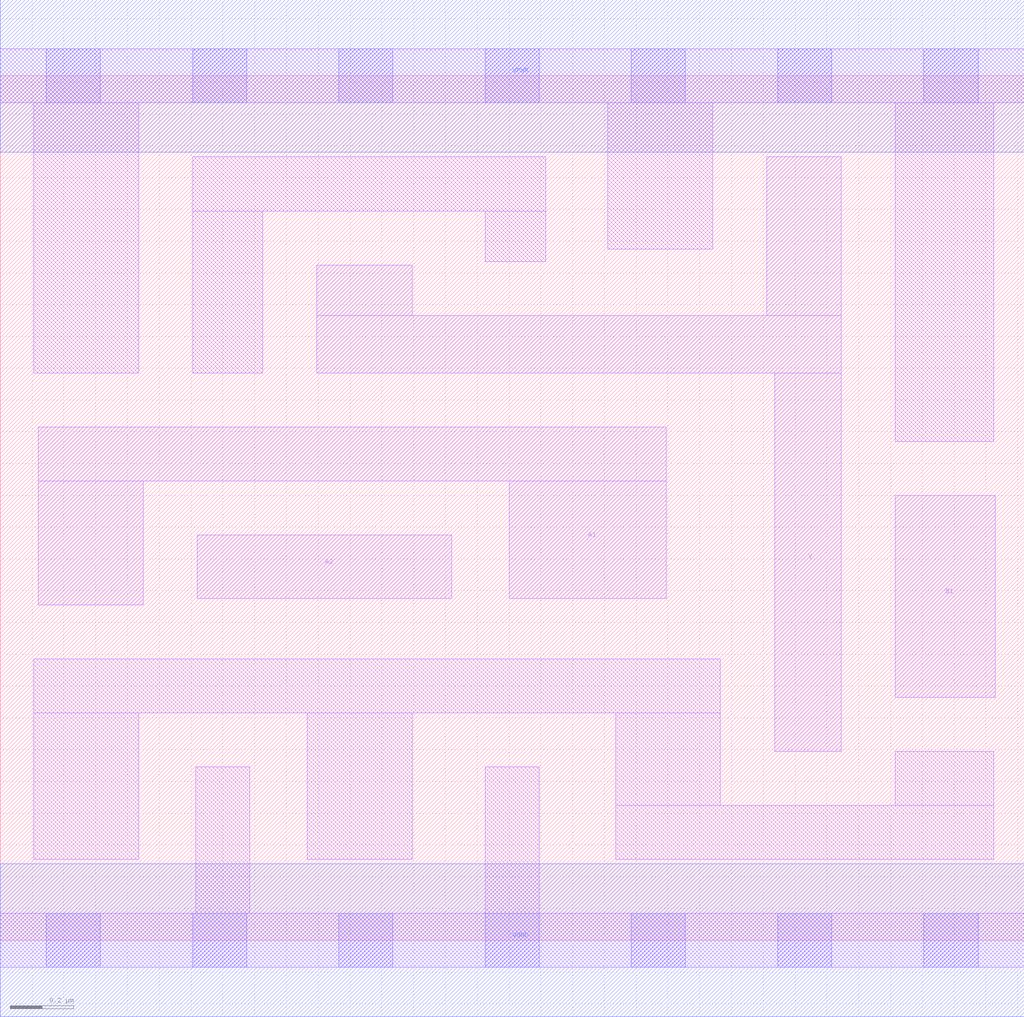
<source format=lef>
# Copyright 2020 The SkyWater PDK Authors
#
# Licensed under the Apache License, Version 2.0 (the "License");
# you may not use this file except in compliance with the License.
# You may obtain a copy of the License at
#
#     https://www.apache.org/licenses/LICENSE-2.0
#
# Unless required by applicable law or agreed to in writing, software
# distributed under the License is distributed on an "AS IS" BASIS,
# WITHOUT WARRANTIES OR CONDITIONS OF ANY KIND, either express or implied.
# See the License for the specific language governing permissions and
# limitations under the License.
#
# SPDX-License-Identifier: Apache-2.0

VERSION 5.7 ;
  NOWIREEXTENSIONATPIN ON ;
  DIVIDERCHAR "/" ;
  BUSBITCHARS "[]" ;
UNITS
  DATABASE MICRONS 200 ;
END UNITS
MACRO sky130_fd_sc_hd__o21ai_2
  CLASS CORE ;
  FOREIGN sky130_fd_sc_hd__o21ai_2 ;
  ORIGIN  0.000000  0.000000 ;
  SIZE  3.220000 BY  2.720000 ;
  SYMMETRY X Y R90 ;
  SITE unithd ;
  PIN A1
    ANTENNAGATEAREA  0.495000 ;
    DIRECTION INPUT ;
    USE SIGNAL ;
    PORT
      LAYER li1 ;
        RECT 0.120000 1.055000 0.450000 1.445000 ;
        RECT 0.120000 1.445000 2.095000 1.615000 ;
        RECT 1.600000 1.075000 2.095000 1.445000 ;
    END
  END A1
  PIN A2
    ANTENNAGATEAREA  0.495000 ;
    DIRECTION INPUT ;
    USE SIGNAL ;
    PORT
      LAYER li1 ;
        RECT 0.620000 1.075000 1.420000 1.275000 ;
    END
  END A2
  PIN B1
    ANTENNAGATEAREA  0.495000 ;
    DIRECTION INPUT ;
    USE SIGNAL ;
    PORT
      LAYER li1 ;
        RECT 2.815000 0.765000 3.130000 1.400000 ;
    END
  END B1
  PIN Y
    ANTENNADIFFAREA  0.742000 ;
    DIRECTION OUTPUT ;
    USE SIGNAL ;
    PORT
      LAYER li1 ;
        RECT 0.995000 1.785000 2.645000 1.965000 ;
        RECT 0.995000 1.965000 1.295000 2.125000 ;
        RECT 2.410000 1.965000 2.645000 2.465000 ;
        RECT 2.435000 0.595000 2.645000 1.785000 ;
    END
  END Y
  PIN VGND
    DIRECTION INOUT ;
    SHAPE ABUTMENT ;
    USE GROUND ;
    PORT
      LAYER met1 ;
        RECT 0.000000 -0.240000 3.220000 0.240000 ;
    END
  END VGND
  PIN VPWR
    DIRECTION INOUT ;
    SHAPE ABUTMENT ;
    USE POWER ;
    PORT
      LAYER met1 ;
        RECT 0.000000 2.480000 3.220000 2.960000 ;
    END
  END VPWR
  OBS
    LAYER li1 ;
      RECT 0.000000 -0.085000 3.220000 0.085000 ;
      RECT 0.000000  2.635000 3.220000 2.805000 ;
      RECT 0.105000  0.255000 0.435000 0.715000 ;
      RECT 0.105000  0.715000 2.265000 0.885000 ;
      RECT 0.105000  1.785000 0.435000 2.635000 ;
      RECT 0.605000  1.785000 0.825000 2.295000 ;
      RECT 0.605000  2.295000 1.715000 2.465000 ;
      RECT 0.615000  0.085000 0.785000 0.545000 ;
      RECT 0.965000  0.255000 1.295000 0.715000 ;
      RECT 1.525000  0.085000 1.695000 0.545000 ;
      RECT 1.525000  2.135000 1.715000 2.295000 ;
      RECT 1.910000  2.175000 2.240000 2.635000 ;
      RECT 1.935000  0.255000 3.125000 0.425000 ;
      RECT 1.935000  0.425000 2.265000 0.715000 ;
      RECT 2.815000  0.425000 3.125000 0.595000 ;
      RECT 2.815000  1.570000 3.125000 2.635000 ;
    LAYER mcon ;
      RECT 0.145000 -0.085000 0.315000 0.085000 ;
      RECT 0.145000  2.635000 0.315000 2.805000 ;
      RECT 0.605000 -0.085000 0.775000 0.085000 ;
      RECT 0.605000  2.635000 0.775000 2.805000 ;
      RECT 1.065000 -0.085000 1.235000 0.085000 ;
      RECT 1.065000  2.635000 1.235000 2.805000 ;
      RECT 1.525000 -0.085000 1.695000 0.085000 ;
      RECT 1.525000  2.635000 1.695000 2.805000 ;
      RECT 1.985000 -0.085000 2.155000 0.085000 ;
      RECT 1.985000  2.635000 2.155000 2.805000 ;
      RECT 2.445000 -0.085000 2.615000 0.085000 ;
      RECT 2.445000  2.635000 2.615000 2.805000 ;
      RECT 2.905000 -0.085000 3.075000 0.085000 ;
      RECT 2.905000  2.635000 3.075000 2.805000 ;
  END
END sky130_fd_sc_hd__o21ai_2
END LIBRARY

</source>
